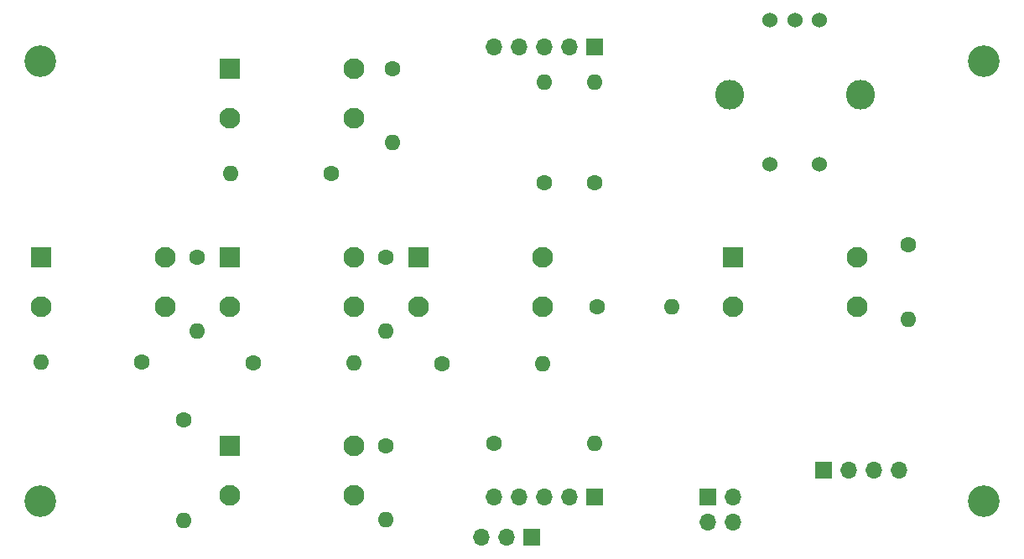
<source format=gbr>
%TF.GenerationSoftware,KiCad,Pcbnew,7.0.2*%
%TF.CreationDate,2024-06-26T08:39:52-07:00*%
%TF.ProjectId,Score-Board-LinInd-SW,53636f72-652d-4426-9f61-72642d4c696e,1.0*%
%TF.SameCoordinates,Original*%
%TF.FileFunction,Soldermask,Bot*%
%TF.FilePolarity,Negative*%
%FSLAX46Y46*%
G04 Gerber Fmt 4.6, Leading zero omitted, Abs format (unit mm)*
G04 Created by KiCad (PCBNEW 7.0.2) date 2024-06-26 08:39:52*
%MOMM*%
%LPD*%
G01*
G04 APERTURE LIST*
%ADD10C,3.200000*%
%ADD11R,2.100000X2.100000*%
%ADD12C,2.100000*%
%ADD13C,1.600000*%
%ADD14O,1.600000X1.600000*%
%ADD15R,1.700000X1.700000*%
%ADD16O,1.700000X1.700000*%
%ADD17C,1.524000*%
%ADD18O,2.900000X3.000000*%
G04 APERTURE END LIST*
D10*
%TO.C,H1*%
X65610000Y-100850000D03*
%TD*%
D11*
%TO.C,SW3*%
X65717000Y-120666000D03*
D12*
X78217000Y-120666000D03*
X65717000Y-125666000D03*
X78217000Y-125666000D03*
%TD*%
D13*
%TO.C,R5*%
X75877000Y-131273000D03*
D14*
X65717000Y-131273000D03*
%TD*%
D11*
%TO.C,SW2*%
X84767000Y-101616000D03*
D12*
X97267000Y-101616000D03*
X84767000Y-106616000D03*
X97267000Y-106616000D03*
%TD*%
D11*
%TO.C,SW5*%
X103817000Y-120666000D03*
D12*
X116317000Y-120666000D03*
X103817000Y-125666000D03*
X116317000Y-125666000D03*
%TD*%
D13*
%TO.C,C3*%
X81412000Y-120666000D03*
D14*
X81412000Y-128166000D03*
%TD*%
D13*
%TO.C,R4*%
X94969000Y-112199000D03*
D14*
X84809000Y-112199000D03*
%TD*%
D13*
%TO.C,R6*%
X87107000Y-131323000D03*
D14*
X97267000Y-131323000D03*
%TD*%
D13*
%TO.C,C4*%
X100486000Y-120666000D03*
D14*
X100486000Y-128166000D03*
%TD*%
D15*
%TO.C,JP-PWR-1*%
X133026000Y-144926000D03*
D16*
X135566000Y-144926000D03*
X133026000Y-147466000D03*
X135566000Y-147466000D03*
%TD*%
D10*
%TO.C,H2*%
X160860000Y-100850000D03*
%TD*%
D11*
%TO.C,SW6*%
X84767000Y-139716000D03*
D12*
X97267000Y-139716000D03*
X84767000Y-144716000D03*
X97267000Y-144716000D03*
%TD*%
D13*
%TO.C,C6*%
X100499000Y-139716000D03*
D14*
X100499000Y-147216000D03*
%TD*%
D13*
%TO.C,C1*%
X153202000Y-119451000D03*
D14*
X153202000Y-126951000D03*
%TD*%
D11*
%TO.C,SW4*%
X84767000Y-120666000D03*
D12*
X97267000Y-120666000D03*
X84767000Y-125666000D03*
X97267000Y-125666000D03*
%TD*%
D13*
%TO.C,R7*%
X106157000Y-131437000D03*
D14*
X116317000Y-131437000D03*
%TD*%
D15*
%TO.C,J4*%
X144663000Y-142217000D03*
D16*
X147203000Y-142217000D03*
X149743000Y-142217000D03*
X152283000Y-142217000D03*
%TD*%
D13*
%TO.C,R1*%
X121550000Y-113155000D03*
D14*
X121550000Y-102995000D03*
%TD*%
D15*
%TO.C,J2*%
X121550000Y-99440000D03*
D16*
X119010000Y-99440000D03*
X116470000Y-99440000D03*
X113930000Y-99440000D03*
X111390000Y-99440000D03*
%TD*%
D15*
%TO.C,J3*%
X115216000Y-148977000D03*
D16*
X112676000Y-148977000D03*
X110136000Y-148977000D03*
%TD*%
D13*
%TO.C,R3*%
X111390000Y-139451000D03*
D14*
X121550000Y-139451000D03*
%TD*%
D10*
%TO.C,H3*%
X160860000Y-145300000D03*
%TD*%
D11*
%TO.C,SW1*%
X135566000Y-120666000D03*
D12*
X148066000Y-120666000D03*
X135566000Y-125666000D03*
X148066000Y-125666000D03*
%TD*%
D13*
%TO.C,R2*%
X116470000Y-113155000D03*
D14*
X116470000Y-102995000D03*
%TD*%
D13*
%TO.C,C2*%
X101205000Y-101616000D03*
D14*
X101205000Y-109116000D03*
%TD*%
D17*
%TO.C,RE1*%
X144309000Y-96773000D03*
X139309000Y-96773000D03*
X141809000Y-96773000D03*
X144309000Y-111273000D03*
X139309000Y-111273000D03*
D18*
X148409000Y-104273000D03*
X135209000Y-104273000D03*
%TD*%
D13*
%TO.C,R8*%
X80111000Y-137103000D03*
D14*
X80111000Y-147263000D03*
%TD*%
D13*
%TO.C,C5*%
X121845000Y-125666000D03*
D14*
X129345000Y-125666000D03*
%TD*%
D15*
%TO.C,J1*%
X121550000Y-144926000D03*
D16*
X119010000Y-144926000D03*
X116470000Y-144926000D03*
X113930000Y-144926000D03*
X111390000Y-144926000D03*
%TD*%
D10*
%TO.C,H4*%
X65610000Y-145300000D03*
%TD*%
M02*

</source>
